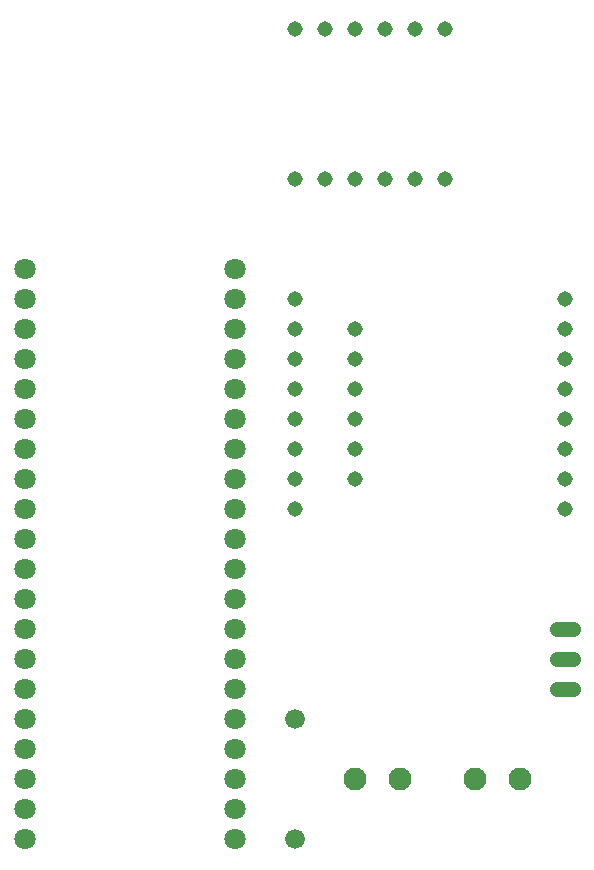
<source format=gbr>
G04 EAGLE Gerber RS-274X export*
G75*
%MOMM*%
%FSLAX34Y34*%
%LPD*%
%INTop Copper*%
%IPPOS*%
%AMOC8*
5,1,8,0,0,1.08239X$1,22.5*%
G01*
%ADD10C,1.676400*%
%ADD11C,1.950000*%
%ADD12C,1.308000*%
%ADD13C,1.800000*%
%ADD14C,1.308000*%


D10*
X330200Y25400D03*
X330200Y127000D03*
D11*
X482600Y76200D03*
X520700Y76200D03*
X381000Y76200D03*
X419100Y76200D03*
D12*
X552260Y203200D02*
X565340Y203200D01*
X565340Y177800D02*
X552260Y177800D01*
X552260Y152400D02*
X565340Y152400D01*
D13*
X101600Y279400D03*
X101600Y254000D03*
X101600Y228600D03*
X101600Y203200D03*
X101600Y177800D03*
X101600Y152400D03*
X101600Y127000D03*
X101600Y101600D03*
X101600Y76200D03*
X101600Y50800D03*
X101600Y25400D03*
X279400Y25400D03*
X279400Y50800D03*
X279400Y76200D03*
X279400Y101600D03*
X279400Y127000D03*
X279400Y152400D03*
X279400Y177800D03*
X279400Y203200D03*
X279400Y228600D03*
X279400Y254000D03*
X279400Y279400D03*
X279400Y304800D03*
X279400Y330200D03*
X279400Y355600D03*
X279400Y381000D03*
X279400Y406400D03*
X101600Y304800D03*
X101600Y330200D03*
X101600Y355600D03*
X101600Y381000D03*
X101600Y406400D03*
X101600Y431800D03*
X101600Y457200D03*
X101600Y482600D03*
X101600Y508000D03*
X279400Y431800D03*
X279400Y457200D03*
X279400Y482600D03*
X279400Y508000D03*
D14*
X330200Y304800D03*
X330200Y330200D03*
X330200Y355600D03*
X330200Y381000D03*
X330200Y406400D03*
X330200Y431800D03*
X330200Y457200D03*
X330200Y482600D03*
X381000Y330200D03*
X381000Y355600D03*
X381000Y381000D03*
X381000Y406400D03*
X381000Y431800D03*
X381000Y457200D03*
X558800Y304800D03*
X558800Y330200D03*
X558800Y355600D03*
X558800Y381000D03*
X558800Y406400D03*
X558800Y431800D03*
X558800Y457200D03*
X558800Y482600D03*
X330200Y711200D03*
X355600Y711200D03*
X381000Y711200D03*
X406400Y711200D03*
X431800Y711200D03*
X457200Y711200D03*
X330200Y584200D03*
X355600Y584200D03*
X381000Y584200D03*
X406400Y584200D03*
X431800Y584200D03*
X457200Y584200D03*
M02*

</source>
